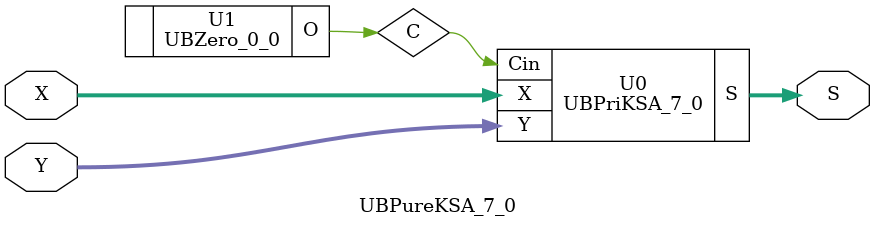
<source format=v>
/*----------------------------------------------------------------------------
  Copyright (c) 2021 Homma laboratory. All rights reserved.

  Top module: UBKSA_7_0_7_0

  Operand-1 length: 8
  Operand-2 length: 8
  Two-operand addition algorithm: Kogge-Stone adder
----------------------------------------------------------------------------*/

module GPGenerator(Go, Po, A, B);
  output Go;
  output Po;
  input A;
  input B;
  assign Go = A & B;
  assign Po = A ^ B;
endmodule

module CarryOperator(Go, Po, Gi1, Pi1, Gi2, Pi2);
  output Go;
  output Po;
  input Gi1;
  input Gi2;
  input Pi1;
  input Pi2;
  assign Go = Gi1 | ( Gi2 & Pi1 );
  assign Po = Pi1 & Pi2;
endmodule

module UBPriKSA_7_0(S, X, Y, Cin);
  output [8:0] S;
  input Cin;
  input [7:0] X;
  input [7:0] Y;
  wire [7:0] G0;
  wire [7:0] G1;
  wire [7:0] G2;
  wire [7:0] G3;
  wire [7:0] P0;
  wire [7:0] P1;
  wire [7:0] P2;
  wire [7:0] P3;
  assign P1[0] = P0[0];
  assign G1[0] = G0[0];
  assign P2[0] = P1[0];
  assign G2[0] = G1[0];
  assign P2[1] = P1[1];
  assign G2[1] = G1[1];
  assign P3[0] = P2[0];
  assign G3[0] = G2[0];
  assign P3[1] = P2[1];
  assign G3[1] = G2[1];
  assign P3[2] = P2[2];
  assign G3[2] = G2[2];
  assign P3[3] = P2[3];
  assign G3[3] = G2[3];
  assign S[0] = Cin ^ P0[0];
  assign S[1] = ( G3[0] | ( P3[0] & Cin ) ) ^ P0[1];
  assign S[2] = ( G3[1] | ( P3[1] & Cin ) ) ^ P0[2];
  assign S[3] = ( G3[2] | ( P3[2] & Cin ) ) ^ P0[3];
  assign S[4] = ( G3[3] | ( P3[3] & Cin ) ) ^ P0[4];
  assign S[5] = ( G3[4] | ( P3[4] & Cin ) ) ^ P0[5];
  assign S[6] = ( G3[5] | ( P3[5] & Cin ) ) ^ P0[6];
  assign S[7] = ( G3[6] | ( P3[6] & Cin ) ) ^ P0[7];
  assign S[8] = G3[7] | ( P3[7] & Cin );
  GPGenerator U0 (G0[0], P0[0], X[0], Y[0]);
  GPGenerator U1 (G0[1], P0[1], X[1], Y[1]);
  GPGenerator U2 (G0[2], P0[2], X[2], Y[2]);
  GPGenerator U3 (G0[3], P0[3], X[3], Y[3]);
  GPGenerator U4 (G0[4], P0[4], X[4], Y[4]);
  GPGenerator U5 (G0[5], P0[5], X[5], Y[5]);
  GPGenerator U6 (G0[6], P0[6], X[6], Y[6]);
  GPGenerator U7 (G0[7], P0[7], X[7], Y[7]);
  CarryOperator U8 (G1[1], P1[1], G0[1], P0[1], G0[0], P0[0]);
  CarryOperator U9 (G1[2], P1[2], G0[2], P0[2], G0[1], P0[1]);
  CarryOperator U10 (G1[3], P1[3], G0[3], P0[3], G0[2], P0[2]);
  CarryOperator U11 (G1[4], P1[4], G0[4], P0[4], G0[3], P0[3]);
  CarryOperator U12 (G1[5], P1[5], G0[5], P0[5], G0[4], P0[4]);
  CarryOperator U13 (G1[6], P1[6], G0[6], P0[6], G0[5], P0[5]);
  CarryOperator U14 (G1[7], P1[7], G0[7], P0[7], G0[6], P0[6]);
  CarryOperator U15 (G2[2], P2[2], G1[2], P1[2], G1[0], P1[0]);
  CarryOperator U16 (G2[3], P2[3], G1[3], P1[3], G1[1], P1[1]);
  CarryOperator U17 (G2[4], P2[4], G1[4], P1[4], G1[2], P1[2]);
  CarryOperator U18 (G2[5], P2[5], G1[5], P1[5], G1[3], P1[3]);
  CarryOperator U19 (G2[6], P2[6], G1[6], P1[6], G1[4], P1[4]);
  CarryOperator U20 (G2[7], P2[7], G1[7], P1[7], G1[5], P1[5]);
  CarryOperator U21 (G3[4], P3[4], G2[4], P2[4], G2[0], P2[0]);
  CarryOperator U22 (G3[5], P3[5], G2[5], P2[5], G2[1], P2[1]);
  CarryOperator U23 (G3[6], P3[6], G2[6], P2[6], G2[2], P2[2]);
  CarryOperator U24 (G3[7], P3[7], G2[7], P2[7], G2[3], P2[3]);
endmodule

module UBZero_0_0(O);
  output [0:0] O;
  assign O[0] = 0;
endmodule

module UBKSA_7_0_7_0 (S, X, Y);
  output [8:0] S;
  input [7:0] X;
  input [7:0] Y;
  UBPureKSA_7_0 U0 (S[8:0], X[7:0], Y[7:0]);
endmodule

module UBPureKSA_7_0 (S, X, Y);
  output [8:0] S;
  input [7:0] X;
  input [7:0] Y;
  wire C;
  UBPriKSA_7_0 U0 (S, X, Y, C);
  UBZero_0_0 U1 (C);
endmodule


</source>
